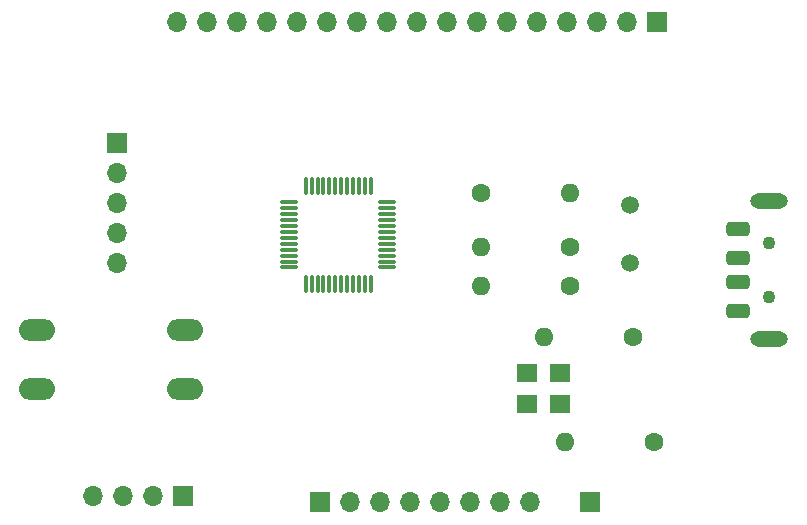
<source format=gbr>
%TF.GenerationSoftware,KiCad,Pcbnew,7.0.10*%
%TF.CreationDate,2024-03-02T18:49:49+09:00*%
%TF.ProjectId,STM32F103x8,53544d33-3246-4313-9033-78382e6b6963,rev?*%
%TF.SameCoordinates,Original*%
%TF.FileFunction,Soldermask,Top*%
%TF.FilePolarity,Negative*%
%FSLAX46Y46*%
G04 Gerber Fmt 4.6, Leading zero omitted, Abs format (unit mm)*
G04 Created by KiCad (PCBNEW 7.0.10) date 2024-03-02 18:49:49*
%MOMM*%
%LPD*%
G01*
G04 APERTURE LIST*
G04 Aperture macros list*
%AMRoundRect*
0 Rectangle with rounded corners*
0 $1 Rounding radius*
0 $2 $3 $4 $5 $6 $7 $8 $9 X,Y pos of 4 corners*
0 Add a 4 corners polygon primitive as box body*
4,1,4,$2,$3,$4,$5,$6,$7,$8,$9,$2,$3,0*
0 Add four circle primitives for the rounded corners*
1,1,$1+$1,$2,$3*
1,1,$1+$1,$4,$5*
1,1,$1+$1,$6,$7*
1,1,$1+$1,$8,$9*
0 Add four rect primitives between the rounded corners*
20,1,$1+$1,$2,$3,$4,$5,0*
20,1,$1+$1,$4,$5,$6,$7,0*
20,1,$1+$1,$6,$7,$8,$9,0*
20,1,$1+$1,$8,$9,$2,$3,0*%
G04 Aperture macros list end*
%ADD10R,1.700000X1.700000*%
%ADD11O,1.700000X1.700000*%
%ADD12C,1.100000*%
%ADD13RoundRect,0.300000X-0.700000X-0.300000X0.700000X-0.300000X0.700000X0.300000X-0.700000X0.300000X0*%
%ADD14O,3.200000X1.300000*%
%ADD15C,1.500000*%
%ADD16O,3.048000X1.850000*%
%ADD17R,1.800000X1.540000*%
%ADD18C,1.600000*%
%ADD19O,1.600000X1.600000*%
%ADD20RoundRect,0.075000X0.662500X0.075000X-0.662500X0.075000X-0.662500X-0.075000X0.662500X-0.075000X0*%
%ADD21RoundRect,0.075000X0.075000X0.662500X-0.075000X0.662500X-0.075000X-0.662500X0.075000X-0.662500X0*%
G04 APERTURE END LIST*
D10*
%TO.C,J3*%
X167005000Y-96520000D03*
%TD*%
%TO.C,J2*%
X127000000Y-66045000D03*
D11*
X127000000Y-68585000D03*
X127000000Y-71125000D03*
X127000000Y-73665000D03*
X127000000Y-76205000D03*
%TD*%
D12*
%TO.C,J4*%
X182155000Y-74585000D03*
X182155000Y-79085000D03*
D13*
X179555000Y-73335000D03*
X179555000Y-75835000D03*
X179555000Y-77835000D03*
X179555000Y-80335000D03*
D14*
X182155000Y-70985000D03*
X182155000Y-82685000D03*
%TD*%
D15*
%TO.C,Y1*%
X170434000Y-76254000D03*
X170434000Y-71374000D03*
%TD*%
D16*
%TO.C,SW1*%
X132715000Y-86915000D03*
X120215000Y-86915000D03*
X132715000Y-81915000D03*
X120215000Y-81915000D03*
%TD*%
D17*
%TO.C,Y2*%
X161668000Y-85528000D03*
X161668000Y-88208000D03*
X164468000Y-88208000D03*
X164468000Y-85528000D03*
%TD*%
D18*
%TO.C,C5*%
X157794000Y-70358000D03*
D19*
X165294000Y-70358000D03*
%TD*%
D20*
%TO.C,U1*%
X149860000Y-76620000D03*
X149860000Y-76120000D03*
X149860000Y-75620000D03*
X149860000Y-75120000D03*
X149860000Y-74620000D03*
X149860000Y-74120000D03*
X149860000Y-73620000D03*
X149860000Y-73120000D03*
X149860000Y-72620000D03*
X149860000Y-72120000D03*
X149860000Y-71620000D03*
X149860000Y-71120000D03*
D21*
X148447500Y-69707500D03*
X147947500Y-69707500D03*
X147447500Y-69707500D03*
X146947500Y-69707500D03*
X146447500Y-69707500D03*
X145947500Y-69707500D03*
X145447500Y-69707500D03*
X144947500Y-69707500D03*
X144447500Y-69707500D03*
X143947500Y-69707500D03*
X143447500Y-69707500D03*
X142947500Y-69707500D03*
D20*
X141535000Y-71120000D03*
X141535000Y-71620000D03*
X141535000Y-72120000D03*
X141535000Y-72620000D03*
X141535000Y-73120000D03*
X141535000Y-73620000D03*
X141535000Y-74120000D03*
X141535000Y-74620000D03*
X141535000Y-75120000D03*
X141535000Y-75620000D03*
X141535000Y-76120000D03*
X141535000Y-76620000D03*
D21*
X142947500Y-78032500D03*
X143447500Y-78032500D03*
X143947500Y-78032500D03*
X144447500Y-78032500D03*
X144947500Y-78032500D03*
X145447500Y-78032500D03*
X145947500Y-78032500D03*
X146447500Y-78032500D03*
X146947500Y-78032500D03*
X147447500Y-78032500D03*
X147947500Y-78032500D03*
X148447500Y-78032500D03*
%TD*%
D10*
%TO.C,J6*%
X144145000Y-96520000D03*
D11*
X146685000Y-96520000D03*
X149225000Y-96520000D03*
X151765000Y-96520000D03*
X154305000Y-96520000D03*
X156845000Y-96520000D03*
X159385000Y-96520000D03*
X161925000Y-96520000D03*
%TD*%
D10*
%TO.C,J5*%
X132578000Y-96012000D03*
D11*
X130038000Y-96012000D03*
X127498000Y-96012000D03*
X124958000Y-96012000D03*
%TD*%
D10*
%TO.C,J1*%
X172720000Y-55880000D03*
D11*
X170180000Y-55880000D03*
X167640000Y-55880000D03*
X165100000Y-55880000D03*
X162560000Y-55880000D03*
X160020000Y-55880000D03*
X157480000Y-55880000D03*
X154940000Y-55880000D03*
X152400000Y-55880000D03*
X149860000Y-55880000D03*
X147320000Y-55880000D03*
X144780000Y-55880000D03*
X142240000Y-55880000D03*
X139700000Y-55880000D03*
X137160000Y-55880000D03*
X134620000Y-55880000D03*
X132080000Y-55880000D03*
%TD*%
D18*
%TO.C,C3*%
X165294000Y-74930000D03*
D19*
X157794000Y-74930000D03*
%TD*%
D18*
%TO.C,C2*%
X170628000Y-82550000D03*
D19*
X163128000Y-82550000D03*
%TD*%
D18*
%TO.C,C4*%
X165294000Y-78232000D03*
D19*
X157794000Y-78232000D03*
%TD*%
D18*
%TO.C,C1*%
X172406000Y-91440000D03*
D19*
X164906000Y-91440000D03*
%TD*%
M02*

</source>
